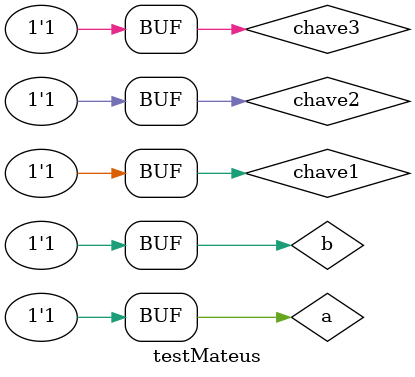
<source format=v>

module mateus(s,a,b,chave1,chave2,chave3);

output s;

input a;
input b;
input chave1;
input chave2;
input chave3;

wire temp01;
wire temp02;
wire temp03;
wire temp04;
wire temp05;
wire temp06;
wire temp07;
wire temp08;
wire temp09;
wire temp10;
wire temp11;
wire temp12;
wire temp13;
wire temp14;
wire temp15;
wire temp16;
wire temp17;
wire temp18;
wire temp19;
wire temp20;
wire temp21;
wire temp22;
wire temp23;

assign temp01 = a | b;
assign temp02 = (~(a|b));
assign temp03 = a & b;
assign temp04 = (~(a&b));
assign temp05 = a^b;
assign temp06 = (~(a^b));
assign temp07 = temp01 & chave1;
assign temp08 = temp02 & ~(chave1);
assign temp09 = temp03 & chave1;
assign temp10 = temp04 & ~(chave1);
assign temp11 = temp05 & chave1;
assign temp12 = temp06 & ~(chave1);
assign temp13 = temp07 | temp08;
assign temp14 = temp09 | temp10;
assign temp15 = temp11 | temp12;
assign temp16 = temp13 & chave2;
assign temp17 = temp14 & ~(chave2);
assign temp18 = (~b) & chave2;
assign temp19 = temp15 & ~(chave2);
assign temp20 = temp16 | temp17;
assign temp21 = temp18 | temp19;
assign temp22 = temp20 & chave3;
assign temp23 = temp21 & ~(chave3);
assign s = temp22 | temp23;
endmodule

// USAR PORTAS !!!

module testMateus;

reg a;
reg b;
reg chave1;
reg chave2;
reg chave3;

wire s;

mateus lima(s,a,b,chave1,chave2,chave3);

initial begin:main

$display ("Exemplo 0035 - Mateus Lima Batista");
$display ("Matricula : 451410");
$display ("Test LU's module ");
$display ("\n  a\t  b\t chave1\t chave2\t chave3\t  s");

#1 a = 0; b = 0; chave1 = 0; chave2 = 0; chave3 = 0;

$monitor("%3b\t%3b\t%3b\t%3b\t%3b\t%3b",a,b,chave1,chave2,chave3,s);
#1 a = 0; b = 1; chave1 = 0; chave2 = 0; chave3 = 0;
#1 a = 1; b = 0; chave1 = 0; chave2 = 0; chave3 = 0;
#1 a = 1; b = 1; chave1 = 0; chave2 = 0; chave3 = 0;
#1 a = 0; b = 0; chave1 = 1; chave2 = 0; chave3 = 0;
#1 a = 0; b = 1; chave1 = 1; chave2 = 0; chave3 = 0;
#1 a = 1; b = 0; chave1 = 1; chave2 = 0; chave3 = 0;
#1 a = 1; b = 1; chave1 = 1; chave2 = 0; chave3 = 0;
#1 a = 0; b = 0; chave1 = 0; chave2 = 1; chave3 = 0;
#1 a = 0; b = 1; chave1 = 0; chave2 = 1; chave3 = 0;
#1 a = 1; b = 0; chave1 = 0; chave2 = 1; chave3 = 0;
#1 a = 1; b = 1; chave1 = 0; chave2 = 1; chave3 = 0;
#1 a = 0; b = 0; chave1 = 1; chave2 = 1; chave3 = 0;
#1 a = 0; b = 1; chave1 = 1; chave2 = 1; chave3 = 0;
#1 a = 1; b = 0; chave1 = 1; chave2 = 1; chave3 = 0;
#1 a = 1; b = 1; chave1 = 1; chave2 = 1; chave3 = 0;

#1 a = 0; b = 1; chave1 = 0; chave2 = 0; chave3 = 1;
#1 a = 1; b = 0; chave1 = 0; chave2 = 0; chave3 = 1;
#1 a = 1; b = 1; chave1 = 0; chave2 = 0; chave3 = 1;
#1 a = 0; b = 0; chave1 = 1; chave2 = 0; chave3 = 1;
#1 a = 0; b = 1; chave1 = 1; chave2 = 0; chave3 = 1;
#1 a = 1; b = 0; chave1 = 1; chave2 = 0; chave3 = 1;
#1 a = 1; b = 1; chave1 = 1; chave2 = 0; chave3 = 1;
#1 a = 0; b = 0; chave1 = 0; chave2 = 1; chave3 = 1;
#1 a = 0; b = 1; chave1 = 0; chave2 = 1; chave3 = 1;
#1 a = 1; b = 0; chave1 = 0; chave2 = 1; chave3 = 1;
#1 a = 1; b = 1; chave1 = 0; chave2 = 1; chave3 = 1;
#1 a = 0; b = 0; chave1 = 1; chave2 = 1; chave3 = 1;
#1 a = 0; b = 1; chave1 = 1; chave2 = 1; chave3 = 1;
#1 a = 1; b = 0; chave1 = 1; chave2 = 1; chave3 = 1;
#1 a = 1; b = 1; chave1 = 1; chave2 = 1; chave3 = 1;

end
endmodule

</source>
